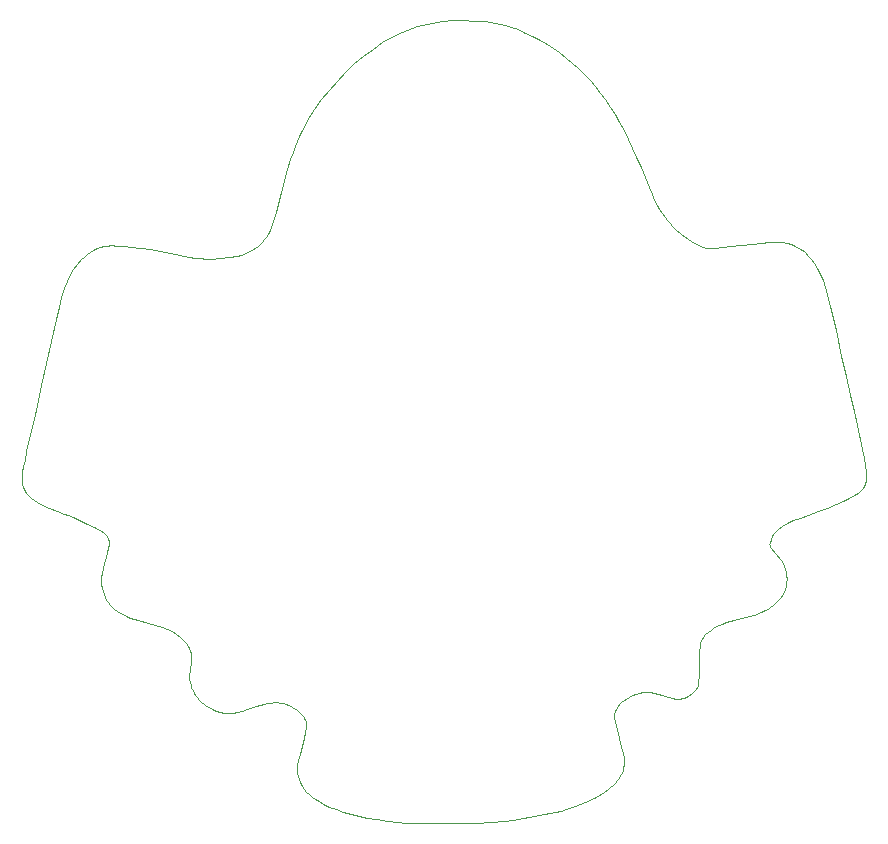
<source format=gbr>
G04 #@! TF.GenerationSoftware,KiCad,Pcbnew,(5.1.9)-1*
G04 #@! TF.CreationDate,2021-04-10T08:26:10+02:00*
G04 #@! TF.ProjectId,NE555V2,4e453535-3556-4322-9e6b-696361645f70,rev?*
G04 #@! TF.SameCoordinates,Original*
G04 #@! TF.FileFunction,Profile,NP*
%FSLAX46Y46*%
G04 Gerber Fmt 4.6, Leading zero omitted, Abs format (unit mm)*
G04 Created by KiCad (PCBNEW (5.1.9)-1) date 2021-04-10 08:26:10*
%MOMM*%
%LPD*%
G01*
G04 APERTURE LIST*
G04 #@! TA.AperFunction,Profile*
%ADD10C,0.100000*%
G04 #@! TD*
G04 APERTURE END LIST*
D10*
X145532072Y-56711786D02*
X144625614Y-56736246D01*
X144625614Y-56736246D02*
X143731821Y-56812946D01*
X143731821Y-56812946D02*
X142861568Y-56941920D01*
X142861568Y-56941920D02*
X142025732Y-57123195D01*
X142025732Y-57123195D02*
X141607248Y-57239810D01*
X141607248Y-57239810D02*
X141187359Y-57376695D01*
X141187359Y-57376695D02*
X140766694Y-57533234D01*
X140766694Y-57533234D02*
X140345882Y-57708813D01*
X140345882Y-57708813D02*
X139925551Y-57902817D01*
X139925551Y-57902817D02*
X139506330Y-58114629D01*
X139506330Y-58114629D02*
X139088849Y-58343635D01*
X139088849Y-58343635D02*
X138673735Y-58589219D01*
X138673735Y-58589219D02*
X137853126Y-59127660D01*
X137853126Y-59127660D02*
X137049534Y-59725031D01*
X137049534Y-59725031D02*
X136267989Y-60376408D01*
X136267989Y-60376408D02*
X135513522Y-61076870D01*
X135513522Y-61076870D02*
X134791163Y-61821494D01*
X134791163Y-61821494D02*
X134105942Y-62605357D01*
X134105942Y-62605357D02*
X133462890Y-63423536D01*
X133462890Y-63423536D02*
X132867037Y-64271110D01*
X132867037Y-64271110D02*
X132323413Y-65143156D01*
X132323413Y-65143156D02*
X132072759Y-65586817D01*
X132072759Y-65586817D02*
X131837049Y-66034750D01*
X131837049Y-66034750D02*
X131616912Y-66486341D01*
X131616912Y-66486341D02*
X131412975Y-66940972D01*
X131412975Y-66940972D02*
X131225869Y-67398030D01*
X131225869Y-67398030D02*
X131056222Y-67856898D01*
X131056222Y-67856898D02*
X130864533Y-68451919D01*
X130864533Y-68451919D02*
X130618031Y-69284399D01*
X130618031Y-69284399D02*
X130087702Y-71220354D01*
X130087702Y-71220354D02*
X129630706Y-72970768D01*
X129630706Y-72970768D02*
X129360286Y-73931347D01*
X129360286Y-73931347D02*
X129262086Y-74220695D01*
X129262086Y-74220695D02*
X129170976Y-74438882D01*
X129170976Y-74438882D02*
X128957289Y-74830164D01*
X128957289Y-74830164D02*
X128812624Y-75060856D01*
X128812624Y-75060856D02*
X128658035Y-75275424D01*
X128658035Y-75275424D02*
X128492607Y-75474330D01*
X128492607Y-75474330D02*
X128315422Y-75658034D01*
X128315422Y-75658034D02*
X128125561Y-75826995D01*
X128125561Y-75826995D02*
X127922109Y-75981676D01*
X127922109Y-75981676D02*
X127704146Y-76122535D01*
X127704146Y-76122535D02*
X127470756Y-76250034D01*
X127470756Y-76250034D02*
X127221022Y-76364633D01*
X127221022Y-76364633D02*
X126954026Y-76466792D01*
X126954026Y-76466792D02*
X126668850Y-76556972D01*
X126668850Y-76556972D02*
X126364577Y-76635632D01*
X126364577Y-76635632D02*
X125695072Y-76760239D01*
X125695072Y-76760239D02*
X124938169Y-76844299D01*
X124938169Y-76844299D02*
X124048654Y-76901349D01*
X124048654Y-76901349D02*
X123673823Y-76900602D01*
X123673823Y-76900602D02*
X123284195Y-76874292D01*
X123284195Y-76874292D02*
X122833711Y-76817882D01*
X122833711Y-76817882D02*
X122276311Y-76726832D01*
X122276311Y-76726832D02*
X120656519Y-76422678D01*
X120656519Y-76422678D02*
X119802603Y-76265967D01*
X119802603Y-76265967D02*
X118965261Y-76127024D01*
X118965261Y-76127024D02*
X117418683Y-75911733D01*
X117418683Y-75911733D02*
X116748638Y-75840033D01*
X116748638Y-75840033D02*
X116173550Y-75795393D01*
X116173550Y-75795393D02*
X115713015Y-75780133D01*
X115713015Y-75780133D02*
X115386629Y-75796583D01*
X115386629Y-75796583D02*
X115078792Y-75850733D01*
X115078792Y-75850733D02*
X114776321Y-75931663D01*
X114776321Y-75931663D02*
X114480202Y-76038879D01*
X114480202Y-76038879D02*
X114191416Y-76171876D01*
X114191416Y-76171876D02*
X113910950Y-76330152D01*
X113910950Y-76330152D02*
X113639785Y-76513205D01*
X113639785Y-76513205D02*
X113378907Y-76720534D01*
X113378907Y-76720534D02*
X113129299Y-76951636D01*
X113129299Y-76951636D02*
X112792293Y-77323872D01*
X112792293Y-77323872D02*
X112489386Y-77740819D01*
X112489386Y-77740819D02*
X112214323Y-78217669D01*
X112214323Y-78217669D02*
X111960850Y-78769614D01*
X111960850Y-78769614D02*
X111722711Y-79411847D01*
X111722711Y-79411847D02*
X111493652Y-80159558D01*
X111493652Y-80159558D02*
X111267416Y-81027941D01*
X111267416Y-81027941D02*
X111037749Y-82032188D01*
X111037749Y-82032188D02*
X110619850Y-83912064D01*
X110619850Y-83912064D02*
X110204719Y-85711330D01*
X110204719Y-85711330D02*
X109772188Y-87594331D01*
X109772188Y-87594331D02*
X109312559Y-89675540D01*
X109312559Y-89675540D02*
X108524219Y-93219538D01*
X108524219Y-93219538D02*
X108367598Y-93910217D01*
X108367598Y-93910217D02*
X108251092Y-94482397D01*
X108251092Y-94482397D02*
X108173622Y-94954239D01*
X108173622Y-94954239D02*
X108134112Y-95343903D01*
X108134112Y-95343903D02*
X108131512Y-95669549D01*
X108131512Y-95669549D02*
X108164702Y-95949337D01*
X108164702Y-95949337D02*
X108232622Y-96201427D01*
X108232622Y-96201427D02*
X108334193Y-96443978D01*
X108334193Y-96443978D02*
X108484999Y-96706900D01*
X108484999Y-96706900D02*
X108670436Y-96941576D01*
X108670436Y-96941576D02*
X108894426Y-97152251D01*
X108894426Y-97152251D02*
X109160893Y-97343176D01*
X109160893Y-97343176D02*
X109707577Y-97647142D01*
X109707577Y-97647142D02*
X110417040Y-97989473D01*
X110417040Y-97989473D02*
X111134908Y-98299618D01*
X111134908Y-98299618D02*
X111706803Y-98507029D01*
X111706803Y-98507029D02*
X112011265Y-98615223D01*
X112011265Y-98615223D02*
X112434241Y-98789478D01*
X112434241Y-98789478D02*
X113462488Y-99254416D01*
X113462488Y-99254416D02*
X114445045Y-99738334D01*
X114445045Y-99738334D02*
X114810908Y-99936313D01*
X114810908Y-99936313D02*
X115035413Y-100077721D01*
X115035413Y-100077721D02*
X115216499Y-100236199D01*
X115216499Y-100236199D02*
X115351761Y-100406006D01*
X115351761Y-100406006D02*
X115442141Y-100596162D01*
X115442141Y-100596162D02*
X115488571Y-100815687D01*
X115488571Y-100815687D02*
X115491971Y-101073600D01*
X115491971Y-101073600D02*
X115453331Y-101378921D01*
X115453331Y-101378921D02*
X115373561Y-101740672D01*
X115373561Y-101740672D02*
X115253599Y-102167870D01*
X115253599Y-102167870D02*
X115109714Y-102668229D01*
X115109714Y-102668229D02*
X114999360Y-103109498D01*
X114999360Y-103109498D02*
X114921650Y-103501490D01*
X114921650Y-103501490D02*
X114875700Y-103854017D01*
X114875700Y-103854017D02*
X114860620Y-104176891D01*
X114860620Y-104176891D02*
X114875530Y-104479924D01*
X114875530Y-104479924D02*
X114919540Y-104772927D01*
X114919540Y-104772927D02*
X114991760Y-105065713D01*
X114991760Y-105065713D02*
X115075730Y-105320218D01*
X115075730Y-105320218D02*
X115175898Y-105559891D01*
X115175898Y-105559891D02*
X115293285Y-105785444D01*
X115293285Y-105785444D02*
X115428912Y-105997588D01*
X115428912Y-105997588D02*
X115583799Y-106197036D01*
X115583799Y-106197036D02*
X115758969Y-106384500D01*
X115758969Y-106384500D02*
X115955440Y-106560691D01*
X115955440Y-106560691D02*
X116174235Y-106726321D01*
X116174235Y-106726321D02*
X116416374Y-106882103D01*
X116416374Y-106882103D02*
X116682878Y-107028748D01*
X116682878Y-107028748D02*
X116974769Y-107166969D01*
X116974769Y-107166969D02*
X117293066Y-107297476D01*
X117293066Y-107297476D02*
X117638790Y-107420983D01*
X117638790Y-107420983D02*
X118012964Y-107538201D01*
X118012964Y-107538201D02*
X118850740Y-107756617D01*
X118850740Y-107756617D02*
X119444895Y-107908013D01*
X119444895Y-107908013D02*
X119974114Y-108071654D01*
X119974114Y-108071654D02*
X120442893Y-108249926D01*
X120442893Y-108249926D02*
X120855728Y-108445210D01*
X120855728Y-108445210D02*
X121217113Y-108659891D01*
X121217113Y-108659891D02*
X121531545Y-108896353D01*
X121531545Y-108896353D02*
X121803519Y-109156979D01*
X121803519Y-109156979D02*
X122037530Y-109444153D01*
X122037530Y-109444153D02*
X122187931Y-109666247D01*
X122187931Y-109666247D02*
X122301447Y-109872659D01*
X122301447Y-109872659D02*
X122380387Y-110081510D01*
X122380387Y-110081510D02*
X122427067Y-110310917D01*
X122427067Y-110310917D02*
X122443797Y-110579000D01*
X122443797Y-110579000D02*
X122432887Y-110903878D01*
X122432887Y-110903878D02*
X122337377Y-111796494D01*
X122337377Y-111796494D02*
X122315437Y-112045545D01*
X122315437Y-112045545D02*
X122313737Y-112290951D01*
X122313737Y-112290951D02*
X122331927Y-112532124D01*
X122331927Y-112532124D02*
X122369667Y-112768476D01*
X122369667Y-112768476D02*
X122426607Y-112999417D01*
X122426607Y-112999417D02*
X122502407Y-113224359D01*
X122502407Y-113224359D02*
X122596717Y-113442712D01*
X122596717Y-113442712D02*
X122709196Y-113653888D01*
X122709196Y-113653888D02*
X122839497Y-113857297D01*
X122839497Y-113857297D02*
X122987276Y-114052352D01*
X122987276Y-114052352D02*
X123152188Y-114238463D01*
X123152188Y-114238463D02*
X123333887Y-114415041D01*
X123333887Y-114415041D02*
X123532029Y-114581497D01*
X123532029Y-114581497D02*
X123746267Y-114737243D01*
X123746267Y-114737243D02*
X123976258Y-114881690D01*
X123976258Y-114881690D02*
X124221656Y-115014248D01*
X124221656Y-115014248D02*
X124585847Y-115177086D01*
X124585847Y-115177086D02*
X124939266Y-115293937D01*
X124939266Y-115293937D02*
X125288893Y-115364837D01*
X125288893Y-115364837D02*
X125641705Y-115389807D01*
X125641705Y-115389807D02*
X126004681Y-115368887D01*
X126004681Y-115368887D02*
X126384799Y-115302117D01*
X126384799Y-115302117D02*
X126789038Y-115189517D01*
X126789038Y-115189517D02*
X127224376Y-115031124D01*
X127224376Y-115031124D02*
X127945702Y-114768775D01*
X127945702Y-114768775D02*
X128280892Y-114668006D01*
X128280892Y-114668006D02*
X128600284Y-114587566D01*
X128600284Y-114587566D02*
X128904767Y-114527486D01*
X128904767Y-114527486D02*
X129195232Y-114487816D01*
X129195232Y-114487816D02*
X129472565Y-114468586D01*
X129472565Y-114468586D02*
X129737656Y-114469886D01*
X129737656Y-114469886D02*
X129991394Y-114491666D01*
X129991394Y-114491666D02*
X130234668Y-114534016D01*
X130234668Y-114534016D02*
X130468366Y-114596976D01*
X130468366Y-114596976D02*
X130693378Y-114680576D01*
X130693378Y-114680576D02*
X130910592Y-114784867D01*
X130910592Y-114784867D02*
X131120897Y-114909886D01*
X131120897Y-114909886D02*
X131325182Y-115055674D01*
X131325182Y-115055674D02*
X131524336Y-115222270D01*
X131524336Y-115222270D02*
X131793791Y-115477935D01*
X131793791Y-115477935D02*
X131991754Y-115712202D01*
X131991754Y-115712202D02*
X132064814Y-115829648D01*
X132064814Y-115829648D02*
X132121074Y-115951749D01*
X132121074Y-115951749D02*
X132160884Y-116081838D01*
X132160884Y-116081838D02*
X132184594Y-116223250D01*
X132184594Y-116223250D02*
X132192594Y-116379321D01*
X132192594Y-116379321D02*
X132185194Y-116553384D01*
X132185194Y-116553384D02*
X132125644Y-116968827D01*
X132125644Y-116968827D02*
X132008832Y-117496256D01*
X132008832Y-117496256D02*
X131837602Y-118162347D01*
X131837602Y-118162347D02*
X131670719Y-118812425D01*
X131670719Y-118812425D02*
X131548005Y-119348720D01*
X131548005Y-119348720D02*
X131468525Y-119790459D01*
X131468525Y-119790459D02*
X131431325Y-120156869D01*
X131431325Y-120156869D02*
X131435525Y-120467177D01*
X131435525Y-120467177D02*
X131480085Y-120740609D01*
X131480085Y-120740609D02*
X131564115Y-120996393D01*
X131564115Y-120996393D02*
X131686671Y-121253755D01*
X131686671Y-121253755D02*
X131849104Y-121532399D01*
X131849104Y-121532399D02*
X132027311Y-121787696D01*
X132027311Y-121787696D02*
X132225580Y-122023533D01*
X132225580Y-122023533D02*
X132448205Y-122243797D01*
X132448205Y-122243797D02*
X132699475Y-122452376D01*
X132699475Y-122452376D02*
X132983682Y-122653156D01*
X132983682Y-122653156D02*
X133305117Y-122850025D01*
X133305117Y-122850025D02*
X133668071Y-123046870D01*
X133668071Y-123046870D02*
X134182592Y-123292056D01*
X134182592Y-123292056D02*
X134736204Y-123517903D01*
X134736204Y-123517903D02*
X135331719Y-123725179D01*
X135331719Y-123725179D02*
X135971945Y-123914653D01*
X135971945Y-123914653D02*
X136659692Y-124087091D01*
X136659692Y-124087091D02*
X137397771Y-124243261D01*
X137397771Y-124243261D02*
X138188991Y-124383931D01*
X138188991Y-124383931D02*
X139036161Y-124509869D01*
X139036161Y-124509869D02*
X140034431Y-124633404D01*
X140034431Y-124633404D02*
X140486811Y-124670854D01*
X140486811Y-124670854D02*
X140986051Y-124694604D01*
X140986051Y-124694604D02*
X142359209Y-124708574D01*
X142359209Y-124708574D02*
X144622091Y-124690404D01*
X144622091Y-124690404D02*
X146532991Y-124661624D01*
X146532991Y-124661624D02*
X147865485Y-124613084D01*
X147865485Y-124613084D02*
X148852579Y-124531764D01*
X148852579Y-124531764D02*
X149727281Y-124404640D01*
X149727281Y-124404640D02*
X151915602Y-124020793D01*
X151915602Y-124020793D02*
X153267288Y-123754143D01*
X153267288Y-123754143D02*
X153750664Y-123637730D01*
X153750664Y-123637730D02*
X154170404Y-123518171D01*
X154170404Y-123518171D02*
X155013011Y-123226356D01*
X155013011Y-123226356D02*
X155829058Y-122900605D01*
X155829058Y-122900605D02*
X156554063Y-122561166D01*
X156554063Y-122561166D02*
X157188124Y-122207968D01*
X157188124Y-122207968D02*
X157471080Y-122026188D01*
X157471080Y-122026188D02*
X157731336Y-121840942D01*
X157731336Y-121840942D02*
X157968904Y-121652221D01*
X157968904Y-121652221D02*
X158183796Y-121460016D01*
X158183796Y-121460016D02*
X158376024Y-121264319D01*
X158376024Y-121264319D02*
X158545601Y-121065120D01*
X158545601Y-121065120D02*
X158692538Y-120862412D01*
X158692538Y-120862412D02*
X158816847Y-120656185D01*
X158816847Y-120656185D02*
X158918541Y-120446430D01*
X158918541Y-120446430D02*
X158997631Y-120233139D01*
X158997631Y-120233139D02*
X159068811Y-119983180D01*
X159068811Y-119983180D02*
X159111171Y-119744742D01*
X159111171Y-119744742D02*
X159120071Y-119485160D01*
X159120071Y-119485160D02*
X159090871Y-119171770D01*
X159090871Y-119171770D02*
X159018941Y-118771903D01*
X159018941Y-118771903D02*
X158899635Y-118252896D01*
X158899635Y-118252896D02*
X158500358Y-116726797D01*
X158500358Y-116726797D02*
X158341997Y-116109046D01*
X158341997Y-116109046D02*
X158273747Y-115719031D01*
X158273747Y-115719031D02*
X158270647Y-115576062D01*
X158270647Y-115576062D02*
X158286707Y-115449992D01*
X158286707Y-115449992D02*
X158371917Y-115195170D01*
X158371917Y-115195170D02*
X158468397Y-114997351D01*
X158468397Y-114997351D02*
X158588682Y-114808846D01*
X158588682Y-114808846D02*
X158732911Y-114629527D01*
X158732911Y-114629527D02*
X158901222Y-114459267D01*
X158901222Y-114459267D02*
X159093752Y-114297938D01*
X159093752Y-114297938D02*
X159310637Y-114145412D01*
X159310637Y-114145412D02*
X159552014Y-114001562D01*
X159552014Y-114001562D02*
X159818020Y-113866259D01*
X159818020Y-113866259D02*
X160108655Y-113745970D01*
X160108655Y-113745970D02*
X160398188Y-113660550D01*
X160398188Y-113660550D02*
X160690490Y-113610010D01*
X160690490Y-113610010D02*
X160989435Y-113594380D01*
X160989435Y-113594380D02*
X161298895Y-113613680D01*
X161298895Y-113613680D02*
X161622742Y-113667940D01*
X161622742Y-113667940D02*
X161964850Y-113757170D01*
X161964850Y-113757170D02*
X162329090Y-113881403D01*
X162329090Y-113881403D02*
X162815050Y-114041064D01*
X162815050Y-114041064D02*
X163256920Y-114136034D01*
X163256920Y-114136034D02*
X163462608Y-114159004D01*
X163462608Y-114159004D02*
X163658817Y-114165504D01*
X163658817Y-114165504D02*
X163846064Y-114155404D01*
X163846064Y-114155404D02*
X164024861Y-114128614D01*
X164024861Y-114128614D02*
X164195725Y-114085034D01*
X164195725Y-114085034D02*
X164359169Y-114024554D01*
X164359169Y-114024554D02*
X164515709Y-113947074D01*
X164515709Y-113947074D02*
X164665860Y-113852494D01*
X164665860Y-113852494D02*
X164810135Y-113740708D01*
X164810135Y-113740708D02*
X164949051Y-113611612D01*
X164949051Y-113611612D02*
X165212860Y-113301081D01*
X165212860Y-113301081D02*
X165288830Y-113188246D01*
X165288830Y-113188246D02*
X165347930Y-113068681D01*
X165347930Y-113068681D02*
X165392260Y-112925408D01*
X165392260Y-112925408D02*
X165423920Y-112741446D01*
X165423920Y-112741446D02*
X165457640Y-112183545D01*
X165457640Y-112183545D02*
X165465940Y-111259147D01*
X165465940Y-111259147D02*
X165471640Y-110623102D01*
X165471640Y-110623102D02*
X165491350Y-110113782D01*
X165491350Y-110113782D02*
X165531390Y-109709134D01*
X165531390Y-109709134D02*
X165598050Y-109387105D01*
X165598050Y-109387105D02*
X165697630Y-109125643D01*
X165697630Y-109125643D02*
X165836414Y-108902695D01*
X165836414Y-108902695D02*
X166020700Y-108696208D01*
X166020700Y-108696208D02*
X166256780Y-108484130D01*
X166256780Y-108484130D02*
X166466752Y-108318377D01*
X166466752Y-108318377D02*
X166683856Y-108169724D01*
X166683856Y-108169724D02*
X166912935Y-108035981D01*
X166912935Y-108035981D02*
X167158833Y-107914955D01*
X167158833Y-107914955D02*
X167426391Y-107804454D01*
X167426391Y-107804454D02*
X167720453Y-107702289D01*
X167720453Y-107702289D02*
X168407460Y-107514194D01*
X168407460Y-107514194D02*
X169328733Y-107279687D01*
X169328733Y-107279687D02*
X170102961Y-107046235D01*
X170102961Y-107046235D02*
X170747628Y-106803918D01*
X170747628Y-106803918D02*
X171026840Y-106676336D01*
X171026840Y-106676336D02*
X171280219Y-106542819D01*
X171280219Y-106542819D02*
X171509949Y-106402126D01*
X171509949Y-106402126D02*
X171718217Y-106253018D01*
X171718217Y-106253018D02*
X171907208Y-106094256D01*
X171907208Y-106094256D02*
X172079107Y-105924599D01*
X172079107Y-105924599D02*
X172236100Y-105742807D01*
X172236100Y-105742807D02*
X172380373Y-105547641D01*
X172380373Y-105547641D02*
X172514111Y-105337862D01*
X172514111Y-105337862D02*
X172639500Y-105112228D01*
X172639500Y-105112228D02*
X172744272Y-104866236D01*
X172744272Y-104866236D02*
X172820952Y-104590905D01*
X172820952Y-104590905D02*
X172869352Y-104296629D01*
X172869352Y-104296629D02*
X172889272Y-103993803D01*
X172889272Y-103993803D02*
X172880572Y-103692821D01*
X172880572Y-103692821D02*
X172842952Y-103404078D01*
X172842952Y-103404078D02*
X172776272Y-103137967D01*
X172776272Y-103137967D02*
X172680342Y-102904884D01*
X172680342Y-102904884D02*
X172556842Y-102696141D01*
X172556842Y-102696141D02*
X172376136Y-102427496D01*
X172376136Y-102427496D02*
X171940222Y-101849076D01*
X171940222Y-101849076D02*
X171605677Y-101426863D01*
X171605677Y-101426863D02*
X171508577Y-101280950D01*
X171508577Y-101280950D02*
X171452037Y-101159891D01*
X171452037Y-101159891D02*
X171431407Y-101049733D01*
X171431407Y-101049733D02*
X171442017Y-100936518D01*
X171442017Y-100936518D02*
X171538317Y-100645101D01*
X171538317Y-100645101D02*
X171682311Y-100343048D01*
X171682311Y-100343048D02*
X171774481Y-100201073D01*
X171774481Y-100201073D02*
X171881495Y-100064216D01*
X171881495Y-100064216D02*
X172144266Y-99803105D01*
X172144266Y-99803105D02*
X172479031Y-99554211D01*
X172479031Y-99554211D02*
X172894193Y-99312035D01*
X172894193Y-99312035D02*
X173398155Y-99071073D01*
X173398155Y-99071073D02*
X173999319Y-98825826D01*
X173999319Y-98825826D02*
X174706090Y-98570790D01*
X174706090Y-98570790D02*
X175561534Y-98268597D01*
X175561534Y-98268597D02*
X176340285Y-97976186D01*
X176340285Y-97976186D02*
X177036908Y-97696032D01*
X177036908Y-97696032D02*
X177645970Y-97430613D01*
X177645970Y-97430613D02*
X178162036Y-97182405D01*
X178162036Y-97182405D02*
X178579670Y-96953884D01*
X178579670Y-96953884D02*
X178893440Y-96747526D01*
X178893440Y-96747526D02*
X179097910Y-96565808D01*
X179097910Y-96565808D02*
X179324626Y-96282589D01*
X179324626Y-96282589D02*
X179490384Y-96002855D01*
X179490384Y-96002855D02*
X179550794Y-95856380D01*
X179550794Y-95856380D02*
X179596444Y-95701277D01*
X179596444Y-95701277D02*
X179627484Y-95534381D01*
X179627484Y-95534381D02*
X179644064Y-95352526D01*
X179644064Y-95352526D02*
X179634464Y-94931275D01*
X179634464Y-94931275D02*
X179568974Y-94412193D01*
X179568974Y-94412193D02*
X179448816Y-93769953D01*
X179448816Y-93769953D02*
X179275249Y-92979226D01*
X179275249Y-92979226D02*
X178845889Y-90997121D01*
X178845889Y-90997121D02*
X178576541Y-89767638D01*
X178576541Y-89767638D02*
X178262029Y-88414260D01*
X178262029Y-88414260D02*
X177905588Y-86866867D01*
X177905588Y-86866867D02*
X177535279Y-85170815D01*
X177535279Y-85170815D02*
X177043276Y-82953051D01*
X177043276Y-82953051D02*
X176546703Y-80905847D01*
X176546703Y-80905847D02*
X176111095Y-79286788D01*
X176111095Y-79286788D02*
X175936633Y-78718308D01*
X175936633Y-78718308D02*
X175801989Y-78353459D01*
X175801989Y-78353459D02*
X175649083Y-78048682D01*
X175649083Y-78048682D02*
X175439601Y-77684827D01*
X175439601Y-77684827D02*
X175201121Y-77307576D01*
X175201121Y-77307576D02*
X174961219Y-76962606D01*
X174961219Y-76962606D02*
X174648190Y-76566309D01*
X174648190Y-76566309D02*
X174504824Y-76412361D01*
X174504824Y-76412361D02*
X174360721Y-76279865D01*
X174360721Y-76279865D02*
X174208756Y-76162808D01*
X174208756Y-76162808D02*
X174041801Y-76055178D01*
X174041801Y-76055178D02*
X173634419Y-75844153D01*
X173634419Y-75844153D02*
X173273315Y-75695134D01*
X173273315Y-75695134D02*
X172897409Y-75586594D01*
X172897409Y-75586594D02*
X172481784Y-75518094D01*
X172481784Y-75518094D02*
X172001521Y-75489194D01*
X172001521Y-75489194D02*
X171431702Y-75499444D01*
X171431702Y-75499444D02*
X170747407Y-75548414D01*
X170747407Y-75548414D02*
X169923719Y-75635664D01*
X169923719Y-75635664D02*
X168935719Y-75760748D01*
X168935719Y-75760748D02*
X167378444Y-75951648D01*
X167378444Y-75951648D02*
X166808617Y-76009438D01*
X166808617Y-76009438D02*
X166485189Y-76030328D01*
X166485189Y-76030328D02*
X166284444Y-76014738D01*
X166284444Y-76014738D02*
X166064420Y-75970298D01*
X166064420Y-75970298D02*
X165828030Y-75898968D01*
X165828030Y-75898968D02*
X165578192Y-75802698D01*
X165578192Y-75802698D02*
X165317820Y-75683458D01*
X165317820Y-75683458D02*
X165049830Y-75543201D01*
X165049830Y-75543201D02*
X164502662Y-75207478D01*
X164502662Y-75207478D02*
X163960010Y-74811201D01*
X163960010Y-74811201D02*
X163445203Y-74370044D01*
X163445203Y-74370044D02*
X163205529Y-74137533D01*
X163205529Y-74137533D02*
X162981564Y-73899681D01*
X162981564Y-73899681D02*
X162776222Y-73658444D01*
X162776222Y-73658444D02*
X162592419Y-73415784D01*
X162592419Y-73415784D02*
X162347312Y-73059484D01*
X162347312Y-73059484D02*
X162125952Y-72709663D01*
X162125952Y-72709663D02*
X161914589Y-72338000D01*
X161914589Y-72338000D02*
X161699475Y-71916176D01*
X161699475Y-71916176D02*
X161466863Y-71415871D01*
X161466863Y-71415871D02*
X161203003Y-70808765D01*
X161203003Y-70808765D02*
X160526549Y-69160874D01*
X160526549Y-69160874D02*
X160173384Y-68308761D01*
X160173384Y-68308761D02*
X159817284Y-67499695D01*
X159817284Y-67499695D02*
X159456655Y-66731427D01*
X159456655Y-66731427D02*
X159089904Y-66001709D01*
X159089904Y-66001709D02*
X158715437Y-65308293D01*
X158715437Y-65308293D02*
X158331662Y-64648931D01*
X158331662Y-64648931D02*
X157936985Y-64021375D01*
X157936985Y-64021375D02*
X157529813Y-63423377D01*
X157529813Y-63423377D02*
X157108552Y-62852689D01*
X157108552Y-62852689D02*
X156671610Y-62307062D01*
X156671610Y-62307062D02*
X156217393Y-61784249D01*
X156217393Y-61784249D02*
X155744308Y-61282002D01*
X155744308Y-61282002D02*
X155250761Y-60798072D01*
X155250761Y-60798072D02*
X154735159Y-60330212D01*
X154735159Y-60330212D02*
X154195910Y-59876173D01*
X154195910Y-59876173D02*
X153631419Y-59433708D01*
X153631419Y-59433708D02*
X153135354Y-59082174D01*
X153135354Y-59082174D02*
X152577385Y-58728564D01*
X152577385Y-58728564D02*
X151977820Y-58383102D01*
X151977820Y-58383102D02*
X151356965Y-58056014D01*
X151356965Y-58056014D02*
X150735128Y-57757526D01*
X150735128Y-57757526D02*
X150132617Y-57497863D01*
X150132617Y-57497863D02*
X149569738Y-57287252D01*
X149569738Y-57287252D02*
X149066799Y-57135916D01*
X149066799Y-57135916D02*
X148218661Y-56951630D01*
X148218661Y-56951630D02*
X147339608Y-56819505D01*
X147339608Y-56819505D02*
X146440527Y-56739565D01*
X146440527Y-56739565D02*
X145532309Y-56711835D01*
X145532309Y-56711835D02*
X145532329Y-56711843D01*
X145532329Y-56711843D02*
X145532072Y-56711786D01*
M02*

</source>
